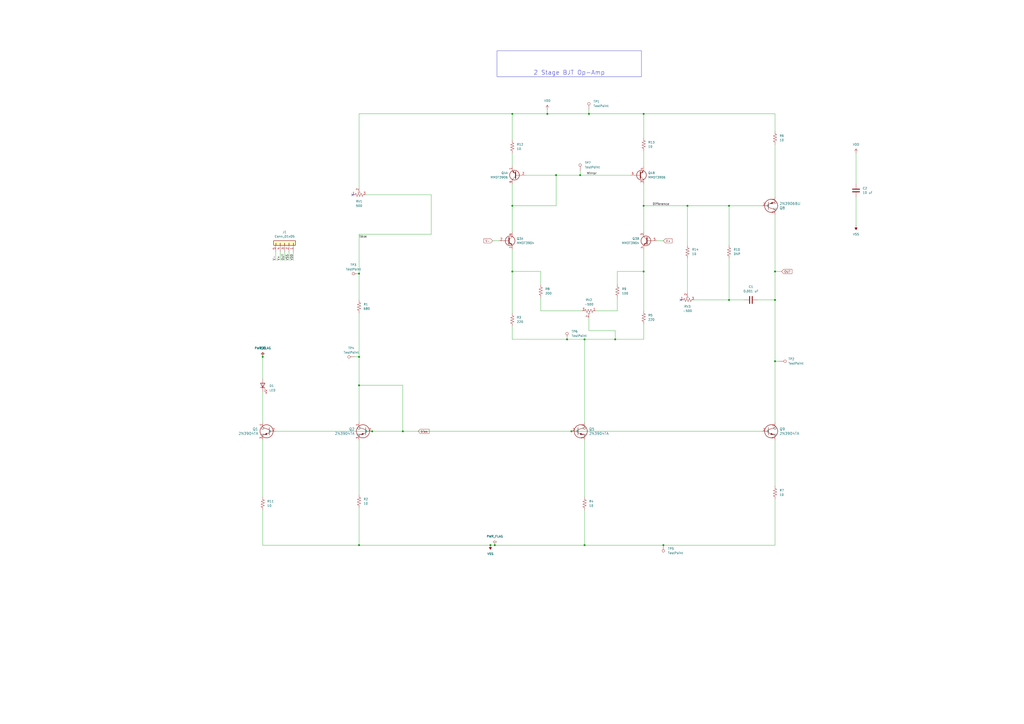
<source format=kicad_sch>
(kicad_sch (version 20250114) (generator "eeschema") (generator_version "9.0")
  (paper "A2")
  (lib_symbols
    (symbol "2025-09-01_17-32-00:2N3906BU" (pin_names (offset 0.254))
      (property "Reference" "Q" (at 10.16 2.54 0))
      (property "Value" "2N3906BU" (at 10.16 -2.54 0))
      (symbol "2N3906BU_0_1"
        (polyline (pts (xy 2.54 0) (xy 3.81 0)) (stroke (width 0.2032)))
        (polyline (pts (xy 3.81 0.9398) (xy 7.62 2.2098)) (stroke (width 0.2032)))
        (polyline (pts (xy 3.81 -0.9398) (xy 7.62 -2.2098)) (stroke (width 0.2032)))
        (polyline (pts (xy 3.81 -2.2098) (xy 3.81 2.2098)) (stroke (width 0.2032)))
        (circle (center 5.3848 0) (radius 3.81) (stroke (width 0.254)))
        (polyline (pts (xy 6.0198 -2.2098) (xy 6.35 -1.27) (xy 4.7498 -1.27)) (fill (type outline)))
        (polyline (pts (xy 7.62 2.2098) (xy 7.62 2.54)) (stroke (width 0.2032)))
        (polyline (pts (xy 7.62 -2.54) (xy 7.62 -2.2098)) (stroke (width 0.2032)))
        (pin unspecified line (at 0 0 0) (length 2.54) (name "B") (number "2"))
        (pin unspecified line (at 7.62 5.08 270) (length 2.54) (name "C") (number "3"))
        (pin unspecified line (at 7.62 -5.08 90) (length 2.54) (name "E") (number "1"))
      )
    )
    (symbol "2025-09-01_17-38-56:2N3904TA" (pin_names (offset 0.254))
      (property "Reference" "Q" (at 10.16 2.54 0))
      (property "Value" "2N3904TA" (at 10.16 -2.54 0))
      (symbol "2N3904TA_0_1"
        (polyline (pts (xy 2.54 0) (xy 3.81 0)) (stroke (width 0.2032)))
        (polyline (pts (xy 3.81 0.9398) (xy 7.62 2.2098)) (stroke (width 0.2032)))
        (polyline (pts (xy 3.81 -0.9398) (xy 7.62 -2.2098)) (stroke (width 0.2032)))
        (polyline (pts (xy 3.81 -2.2098) (xy 3.81 2.2098)) (stroke (width 0.2032)))
        (circle (center 5.3848 0) (radius 3.81) (stroke (width 0.254)))
        (polyline (pts (xy 5.3848 -0.9398) (xy 5.08 -1.905) (xy 6.6548 -1.905)) (fill (type outline)))
        (polyline (pts (xy 7.62 2.2098) (xy 7.62 2.54)) (stroke (width 0.2032)))
        (polyline (pts (xy 7.62 -2.54) (xy 7.62 -2.2098)) (stroke (width 0.2032)))
        (pin unspecified line (at 0 0 0) (length 2.54) (name "B") (number "2"))
        (pin unspecified line (at 7.62 5.08 270) (length 2.54) (name "C") (number "1"))
        (pin unspecified line (at 7.62 -5.08 90) (length 2.54) (name "E") (number "3"))
      )
    )
    (symbol "Connector:TestPoint" (pin_numbers (hide yes)) (pin_names (offset 0.762) (hide yes))
      (property "Reference" "TP" (at 0 6.858 0))
      (property "Value" "TestPoint" (at 0 5.08 0))
      (symbol "TestPoint_0_1"
        (circle (center 0 3.302) (radius 0.762))
      )
      (symbol "TestPoint_1_1"
        (pin passive line (at 0 0 90) (length 2.54) (name "1") (number "1"))
      )
    )
    (symbol "Connector_Generic:Conn_01x05" (pin_names (offset 1.016) (hide yes))
      (property "Reference" "J" (at 0 7.62 0))
      (property "Value" "Conn_01x05" (at 0 -7.62 0))
      (symbol "Conn_01x05_1_1"
        (rectangle (start -1.27 6.35) (end 1.27 -6.35) (stroke (width 0.254)) (fill (type background)))
        (rectangle (start -1.27 5.207) (end 0 4.953) (stroke (width 0.1524)))
        (rectangle (start -1.27 2.667) (end 0 2.413) (stroke (width 0.1524)))
        (rectangle (start -1.27 0.127) (end 0 -0.127) (stroke (width 0.1524)))
        (rectangle (start -1.27 -2.413) (end 0 -2.667) (stroke (width 0.1524)))
        (rectangle (start -1.27 -4.953) (end 0 -5.207) (stroke (width 0.1524)))
        (pin passive line (at -5.08 5.08 0) (length 3.81) (name "Pin_1") (number "1"))
        (pin passive line (at -5.08 2.54 0) (length 3.81) (name "Pin_2") (number "2"))
        (pin passive line (at -5.08 0 0) (length 3.81) (name "Pin_3") (number "3"))
        (pin passive line (at -5.08 -2.54 0) (length 3.81) (name "Pin_4") (number "4"))
        (pin passive line (at -5.08 -5.08 0) (length 3.81) (name "Pin_5") (number "5"))
      )
    )
    (symbol "Device:C" (pin_numbers (hide yes)) (pin_names (offset 0.254))
      (property "Reference" "C" (at 0.635 2.54 0))
      (property "Value" "C" (at 0.635 -2.54 0))
      (symbol "C_0_1"
        (polyline (pts (xy -2.032 0.762) (xy 2.032 0.762)) (stroke (width 0.508)))
        (polyline (pts (xy -2.032 -0.762) (xy 2.032 -0.762)) (stroke (width 0.508)))
      )
      (symbol "C_1_1"
        (pin passive line (at 0 3.81 270) (length 2.794) (name "~") (number "1"))
        (pin passive line (at 0 -3.81 90) (length 2.794) (name "~") (number "2"))
      )
    )
    (symbol "Device:LED" (pin_numbers (hide yes)) (pin_names (offset 1.016) (hide yes))
      (property "Reference" "D" (at 0 2.54 0))
      (property "Value" "LED" (at 0 -2.54 0))
      (symbol "LED_0_1"
        (polyline (pts (xy -3.048 -0.762) (xy -4.572 -2.286) (xy -3.81 -2.286) (xy -4.572 -2.286) (xy -4.572 -1.524)))
        (polyline (pts (xy -1.778 -0.762) (xy -3.302 -2.286) (xy -2.54 -2.286) (xy -3.302 -2.286) (xy -3.302 -1.524)))
        (polyline (pts (xy -1.27 0) (xy 1.27 0)))
        (polyline (pts (xy -1.27 -1.27) (xy -1.27 1.27)) (stroke (width 0.254)))
        (polyline (pts (xy 1.27 -1.27) (xy 1.27 1.27) (xy -1.27 0) (xy 1.27 -1.27)) (stroke (width 0.254)))
      )
      (symbol "LED_1_1"
        (pin passive line (at -3.81 0 0) (length 2.54) (name "K") (number "1"))
        (pin passive line (at 3.81 0 180) (length 2.54) (name "A") (number "2"))
      )
    )
    (symbol "Device:R_Potentiometer_Trim_US" (pin_names (offset 1.016) (hide yes))
      (property "Reference" "RV" (at -4.445 0 90))
      (property "Value" "R_Potentiometer_Trim_US" (at -2.54 0 90))
      (symbol "R_Potentiometer_Trim_US_0_1"
        (polyline (pts (xy 0 2.286) (xy 0 2.54)))
        (polyline (pts (xy 0 2.286) (xy 1.016 1.905) (xy 0 1.524) (xy -1.016 1.143) (xy 0 0.762)))
        (polyline (pts (xy 0 0.762) (xy 1.016 0.381) (xy 0 0) (xy -1.016 -0.381) (xy 0 -0.762)))
        (polyline (pts (xy 0 -0.762) (xy 1.016 -1.143) (xy 0 -1.524) (xy -1.016 -1.905) (xy 0 -2.286)))
        (polyline (pts (xy 0 -2.286) (xy 0 -2.54)))
        (polyline (pts (xy 1.524 0.762) (xy 1.524 -0.762)))
        (polyline (pts (xy 2.54 0) (xy 1.524 0)))
      )
      (symbol "R_Potentiometer_Trim_US_1_1"
        (pin passive line (at 0 3.81 270) (length 1.27) (name "1") (number "1"))
        (pin passive line (at 0 -3.81 90) (length 1.27) (name "3") (number "3"))
        (pin passive line (at 3.81 0 180) (length 1.27) (name "2") (number "2"))
      )
    )
    (symbol "Device:R_US" (pin_numbers (hide yes)) (pin_names (offset 0))
      (property "Reference" "R" (at 2.54 0 90))
      (property "Value" "R_US" (at -2.54 0 90))
      (symbol "R_US_0_1"
        (polyline (pts (xy 0 2.286) (xy 0 2.54)))
        (polyline (pts (xy 0 2.286) (xy 1.016 1.905) (xy 0 1.524) (xy -1.016 1.143) (xy 0 0.762)))
        (polyline (pts (xy 0 0.762) (xy 1.016 0.381) (xy 0 0) (xy -1.016 -0.381) (xy 0 -0.762)))
        (polyline (pts (xy 0 -0.762) (xy 1.016 -1.143) (xy 0 -1.524) (xy -1.016 -1.905) (xy 0 -2.286)))
        (polyline (pts (xy 0 -2.286) (xy 0 -2.54)))
      )
      (symbol "R_US_1_1"
        (pin passive line (at 0 3.81 270) (length 1.27) (name "~") (number "1"))
        (pin passive line (at 0 -3.81 90) (length 1.27) (name "~") (number "2"))
      )
    )
    (symbol "Transistor_BJT:MMDT3904" (pin_names (offset 0) (hide yes))
      (property "Reference" "Q" (at 5.08 1.27 0))
      (property "Value" "MMDT3904" (at 5.08 -1.27 0))
      (symbol "MMDT3904_0_1"
        (polyline (pts (xy 0.635 1.905) (xy 0.635 -1.905)) (stroke (width 0.508)))
        (polyline (pts (xy 0.635 0.635) (xy 2.54 2.54)))
        (polyline (pts (xy 0.635 0) (xy -2.54 0)))
        (polyline (pts (xy 0.635 -0.635) (xy 2.54 -2.54)))
        (circle (center 1.27 0) (radius 2.8194) (stroke (width 0.254)))
        (polyline (pts (xy 1.27 -1.778) (xy 1.778 -1.27) (xy 2.286 -2.286) (xy 1.27 -1.778)) (fill (type outline)))
      )
      (symbol "MMDT3904_1_1"
        (pin input line (at -5.08 0 0) (length 2.54) (name "B1") (number "2"))
        (pin passive line (at 2.54 5.08 270) (length 2.54) (name "C1") (number "6"))
        (pin passive line (at 2.54 -5.08 90) (length 2.54) (name "E1") (number "1"))
      )
      (symbol "MMDT3904_2_1"
        (pin input line (at -5.08 0 0) (length 2.54) (name "B2") (number "5"))
        (pin passive line (at 2.54 5.08 270) (length 2.54) (name "C2") (number "3"))
        (pin passive line (at 2.54 -5.08 90) (length 2.54) (name "E2") (number "4"))
      )
    )
    (symbol "Transistor_BJT:MMDT3906" (pin_names (offset 0) (hide yes))
      (property "Reference" "Q" (at 5.08 1.27 0))
      (property "Value" "MMDT3906" (at 5.08 -1.27 0))
      (symbol "MMDT3906_0_1"
        (polyline (pts (xy 0.635 1.905) (xy 0.635 -1.905)) (stroke (width 0.508)))
        (polyline (pts (xy 0.635 0.635) (xy 2.54 2.54)))
        (polyline (pts (xy 0.635 0) (xy -2.54 0)))
        (polyline (pts (xy 0.635 -0.635) (xy 2.54 -2.54)))
        (circle (center 1.27 0) (radius 2.8194) (stroke (width 0.254)))
        (polyline (pts (xy 2.286 -1.778) (xy 1.778 -2.286) (xy 1.27 -1.27) (xy 2.286 -1.778)) (fill (type outline)))
      )
      (symbol "MMDT3906_1_1"
        (pin input line (at -5.08 0 0) (length 2.54) (name "B1") (number "2"))
        (pin passive line (at 2.54 5.08 270) (length 2.54) (name "C1") (number "6"))
        (pin passive line (at 2.54 -5.08 90) (length 2.54) (name "E1") (number "1"))
      )
      (symbol "MMDT3906_2_1"
        (pin input line (at -5.08 0 0) (length 2.54) (name "B2") (number "5"))
        (pin passive line (at 2.54 5.08 270) (length 2.54) (name "C2") (number "3"))
        (pin passive line (at 2.54 -5.08 90) (length 2.54) (name "E2") (number "4"))
      )
    )
    (symbol "power:PWR_FLAG" (power) (pin_numbers (hide yes)) (pin_names (offset 0) (hide yes))
      (property "Value" "PWR_FLAG" (at 0 3.81 0))
      (symbol "PWR_FLAG_0_0"
        (pin power_out line (at 0 0 90) (length 0) (name "~") (number "1"))
      )
      (symbol "PWR_FLAG_0_1"
        (polyline (pts (xy 0 0) (xy 0 1.27) (xy -1.016 1.905) (xy 0 2.54) (xy 1.016 1.905) (xy 0 1.27)))
      )
    )
    (symbol "power:VDD" (power) (pin_numbers (hide yes)) (pin_names (offset 0) (hide yes))
      (property "Value" "VDD" (at 0 3.556 0))
      (symbol "VDD_0_1"
        (polyline (pts (xy -0.762 1.27) (xy 0 2.54)))
        (polyline (pts (xy 0 2.54) (xy 0.762 1.27)))
        (polyline (pts (xy 0 0) (xy 0 2.54)))
      )
      (symbol "VDD_1_1"
        (pin power_in line (at 0 0 90) (length 0) (name "~") (number "1"))
      )
    )
    (symbol "power:VSS" (power) (pin_numbers (hide yes)) (pin_names (offset 0) (hide yes))
      (property "Value" "VSS" (at 0 3.556 0))
      (symbol "VSS_0_1"
        (polyline (pts (xy 0 0) (xy 0 2.54)))
        (polyline (pts (xy 0.762 1.27) (xy -0.762 1.27) (xy 0 2.54) (xy 0.762 1.27)) (fill (type outline)))
      )
      (symbol "VSS_1_1"
        (pin power_in line (at 0 0 90) (length 0) (name "~") (number "1"))
      )
    )
  )
  (text_box "2 Stage BJT Op-Amp" (at 288.29 29.421 0) (size 83.82 15.029) (margins 0.9525 0.9525 0.9525 0.9525) (effects (font (size 2.54 2.54)) (justify bottom)))
  (junction (at 373.38 157.48))
  (junction (at 297.18 66.04))
  (junction (at 328.93 196.85))
  (junction (at 208.28 223.52))
  (junction (at 356.87 196.85))
  (junction (at 152.4 207.01))
  (junction (at 398.78 119.38))
  (junction (at 284.48 316.23))
  (junction (at 322.58 101.6))
  (junction (at 208.28 316.23))
  (junction (at 384.81 316.23))
  (junction (at 422.91 173.99))
  (junction (at 422.91 119.38))
  (junction (at 339.09 316.23))
  (junction (at 449.58 173.99))
  (junction (at 208.28 207.01))
  (junction (at 336.55 101.6))
  (junction (at 341.63 66.04))
  (junction (at 215.9 250.19))
  (junction (at 331.47 250.19))
  (junction (at 339.09 196.85))
  (junction (at 297.18 157.48))
  (junction (at 233.68 250.19))
  (junction (at 373.38 119.38))
  (junction (at 208.28 158.75))
  (junction (at 373.38 66.04))
  (junction (at 297.18 119.38))
  (junction (at 449.58 157.48))
  (junction (at 287.02 316.23))
  (junction (at 449.58 209.55))
  (junction (at 317.5 66.04))
  (no_connect (at 204.47 113.03))
  (no_connect (at 394.97 173.99))
  (wire (pts (xy 317.5 63.5) (xy 317.5 66.04)))
  (wire (pts (xy 313.69 180.34) (xy 337.82 180.34)))
  (wire (pts (xy 449.58 124.46) (xy 449.58 157.48)))
  (wire (pts (xy 449.58 209.55) (xy 452.12 209.55)))
  (wire (pts (xy 297.18 189.23) (xy 297.18 196.85)))
  (wire (pts (xy 233.68 250.19) (xy 331.47 250.19)))
  (wire (pts (xy 297.18 88.9) (xy 297.18 96.52)))
  (wire (pts (xy 381 139.7) (xy 384.81 139.7)))
  (wire (pts (xy 165.1 146.05) (xy 165.1 151.13)))
  (wire (pts (xy 373.38 87.63) (xy 373.38 96.52)))
  (wire (pts (xy 449.58 157.48) (xy 449.58 173.99)))
  (wire (pts (xy 160.02 250.19) (xy 215.9 250.19)))
  (wire (pts (xy 398.78 119.38) (xy 398.78 142.24)))
  (wire (pts (xy 208.28 158.75) (xy 208.28 173.99)))
  (wire (pts (xy 339.09 196.85) (xy 339.09 245.11)))
  (wire (pts (xy 328.93 196.85) (xy 339.09 196.85)))
  (wire (pts (xy 208.28 207.01) (xy 208.28 223.52)))
  (wire (pts (xy 297.18 196.85) (xy 328.93 196.85)))
  (wire (pts (xy 208.28 294.64) (xy 208.28 316.23)))
  (wire (pts (xy 439.42 173.99) (xy 449.58 173.99)))
  (wire (pts (xy 152.4 227.33) (xy 152.4 245.11)))
  (wire (pts (xy 152.4 316.23) (xy 208.28 316.23)))
  (wire (pts (xy 304.8 101.6) (xy 322.58 101.6)))
  (wire (pts (xy 398.78 119.38) (xy 422.91 119.38)))
  (wire (pts (xy 297.18 66.04) (xy 317.5 66.04)))
  (wire (pts (xy 167.64 146.05) (xy 167.64 151.13)))
  (wire (pts (xy 358.14 180.34) (xy 358.14 172.72)))
  (wire (pts (xy 170.18 146.05) (xy 170.18 151.13)))
  (wire (pts (xy 297.18 106.68) (xy 297.18 119.38)))
  (wire (pts (xy 373.38 66.04) (xy 449.58 66.04)))
  (wire (pts (xy 339.09 295.91) (xy 339.09 316.23)))
  (wire (pts (xy 208.28 66.04) (xy 297.18 66.04)))
  (wire (pts (xy 341.63 184.15) (xy 341.63 191.77)))
  (wire (pts (xy 297.18 119.38) (xy 322.58 119.38)))
  (wire (pts (xy 322.58 101.6) (xy 336.55 101.6)))
  (wire (pts (xy 152.4 295.91) (xy 152.4 316.23)))
  (wire (pts (xy 233.68 223.52) (xy 233.68 250.19)))
  (wire (pts (xy 339.09 255.27) (xy 339.09 288.29)))
  (wire (pts (xy 250.19 135.89) (xy 208.28 135.89)))
  (wire (pts (xy 373.38 134.62) (xy 373.38 119.38)))
  (wire (pts (xy 162.56 146.05) (xy 162.56 151.13)))
  (wire (pts (xy 398.78 149.86) (xy 398.78 170.18)))
  (wire (pts (xy 297.18 119.38) (xy 297.18 134.62)))
  (wire (pts (xy 152.4 207.01) (xy 152.4 219.71)))
  (wire (pts (xy 449.58 173.99) (xy 449.58 209.55)))
  (wire (pts (xy 356.87 191.77) (xy 356.87 196.85)))
  (wire (pts (xy 339.09 196.85) (xy 356.87 196.85)))
  (wire (pts (xy 322.58 119.38) (xy 322.58 101.6)))
  (wire (pts (xy 373.38 119.38) (xy 398.78 119.38)))
  (wire (pts (xy 422.91 119.38) (xy 441.96 119.38)))
  (wire (pts (xy 297.18 66.04) (xy 297.18 81.28)))
  (wire (pts (xy 317.5 66.04) (xy 341.63 66.04)))
  (wire (pts (xy 345.44 180.34) (xy 358.14 180.34)))
  (wire (pts (xy 285.75 139.7) (xy 289.56 139.7)))
  (wire (pts (xy 341.63 66.04) (xy 373.38 66.04)))
  (wire (pts (xy 208.28 316.23) (xy 284.48 316.23)))
  (wire (pts (xy 422.91 173.99) (xy 431.8 173.99)))
  (wire (pts (xy 341.63 191.77) (xy 356.87 191.77)))
  (wire (pts (xy 336.55 99.06) (xy 336.55 101.6)))
  (wire (pts (xy 441.96 250.19) (xy 331.47 250.19)))
  (wire (pts (xy 208.28 207.01) (xy 205.74 207.01)))
  (wire (pts (xy 297.18 157.48) (xy 297.18 181.61)))
  (wire (pts (xy 449.58 209.55) (xy 449.58 245.11)))
  (wire (pts (xy 250.19 113.03) (xy 250.19 135.89)))
  (wire (pts (xy 313.69 157.48) (xy 313.69 165.1)))
  (wire (pts (xy 402.59 173.99) (xy 422.91 173.99)))
  (wire (pts (xy 160.02 146.05) (xy 160.02 151.13)))
  (wire (pts (xy 233.68 250.19) (xy 215.9 250.19)))
  (wire (pts (xy 152.4 255.27) (xy 152.4 288.29)))
  (wire (pts (xy 339.09 316.23) (xy 384.81 316.23)))
  (wire (pts (xy 384.81 316.23) (xy 449.58 316.23)))
  (wire (pts (xy 297.18 157.48) (xy 313.69 157.48)))
  (wire (pts (xy 297.18 144.78) (xy 297.18 157.48)))
  (wire (pts (xy 449.58 316.23) (xy 449.58 289.56)))
  (wire (pts (xy 373.38 196.85) (xy 373.38 187.96)))
  (wire (pts (xy 208.28 223.52) (xy 208.28 245.11)))
  (wire (pts (xy 496.57 114.3) (xy 496.57 130.81)))
  (wire (pts (xy 356.87 196.85) (xy 373.38 196.85)))
  (wire (pts (xy 208.28 135.89) (xy 208.28 158.75)))
  (wire (pts (xy 449.58 255.27) (xy 449.58 281.94)))
  (wire (pts (xy 422.91 149.86) (xy 422.91 173.99)))
  (wire (pts (xy 422.91 119.38) (xy 422.91 142.24)))
  (wire (pts (xy 373.38 157.48) (xy 373.38 144.78)))
  (wire (pts (xy 358.14 165.1) (xy 358.14 157.48)))
  (wire (pts (xy 496.57 88.9) (xy 496.57 106.68)))
  (wire (pts (xy 358.14 157.48) (xy 373.38 157.48)))
  (wire (pts (xy 208.28 223.52) (xy 233.68 223.52)))
  (wire (pts (xy 449.58 83.82) (xy 449.58 114.3)))
  (wire (pts (xy 284.48 316.23) (xy 287.02 316.23)))
  (wire (pts (xy 313.69 172.72) (xy 313.69 180.34)))
  (wire (pts (xy 373.38 119.38) (xy 373.38 106.68)))
  (wire (pts (xy 373.38 180.34) (xy 373.38 157.48)))
  (wire (pts (xy 341.63 63.5) (xy 341.63 66.04)))
  (wire (pts (xy 336.55 101.6) (xy 365.76 101.6)))
  (wire (pts (xy 208.28 255.27) (xy 208.28 287.02)))
  (wire (pts (xy 287.02 316.23) (xy 339.09 316.23)))
  (wire (pts (xy 208.28 109.22) (xy 208.28 66.04)))
  (wire (pts (xy 212.09 113.03) (xy 250.19 113.03)))
  (wire (pts (xy 449.58 157.48) (xy 453.39 157.48)))
  (wire (pts (xy 449.58 66.04) (xy 449.58 76.2)))
  (wire (pts (xy 373.38 66.04) (xy 373.38 80.01)))
  (wire (pts (xy 208.28 181.61) (xy 208.28 207.01)))
  (label "Mirror" (at 340.36 101.6 0))
  (label "VDD" (at 170.18 151.13 90))
  (label "OUT" (at 165.1 151.13 90))
  (label "VSS" (at 167.64 151.13 90))
  (label "Difference" (at 378.46 119.38 0))
  (label "TRIM" (at 208.28 138.43 0))
  (label "V+" (at 162.56 151.13 90))
  (label "V-" (at 160.02 151.13 90))
  (global_label "bias" (shape input) (at 242.57 250.19 0) (property "Intersheetrefs" "${INTERSHEET_REFS}" (effects (hide yes))))
  (global_label "V-" (shape input) (at 285.75 139.7 180) (property "Intersheetrefs" "${INTERSHEET_REFS}" (effects (hide yes))))
  (global_label "V+" (shape input) (at 384.81 139.7 0) (property "Intersheetrefs" "${INTERSHEET_REFS}" (effects (hide yes))))
  (global_label "OUT" (shape input) (at 453.39 157.48 0) (property "Intersheetrefs" "${INTERSHEET_REFS}" (effects (hide yes))))
  (symbol (lib_id "Connector:TestPoint") (at 341.63 63.5 0) (unit 1) (exclude_from_sim yes)
    (property "Reference" "TP1" (at 344.17 58.9279 0) (effects (justify left)))
    (property "Value" "TestPoint" (at 344.17 61.4679 0) (effects (justify left)))
    (property "Footprint" "TestPoint:TestPoint_Pad_D2.0mm" (effects (hide yes)))
    (property "Description" "test point" (effects (hide yes)))
  )
  (symbol (lib_id "2025-09-01_17-32-00:2N3906BU") (at 441.96 119.38 0) (mirror x) (unit 1)
    (property "Reference" "Q8" (at 452.12 120.6501 0) (effects (font (size 1.524 1.524)) (justify left)))
    (property "Value" "2N3906BU" (at 452.12 118.1101 0) (effects (font (size 1.524 1.524)) (justify left)))
    (property "Footprint" "Footprints AAMU Capstone:2N3906BU_ONS" (effects (hide yes)))
    (property "Datasheet" "2N3906BU" (effects (hide yes)))
    (property "Sim.Library" "bjt.lib" (effects (hide yes)))
    (property "Sim.Name" "BJT2N3906" (effects (hide yes)))
    (property "Sim.Device" "PNP" (effects (hide yes)))
    (property "Sim.Type" "GUMMELPOON" (effects (hide yes)))
    (property "Sim.Pins" "1=C 2=B 3=E" (effects (hide yes)))
  )
  (symbol (lib_id "Device:R_US") (at 297.18 185.42 0) (unit 1)
    (property "Reference" "R3" (at 299.72 184.1499 0) (effects (justify left)))
    (property "Value" "220" (at 299.72 186.6899 0) (effects (justify left)))
    (property "Footprint" "Resistor_SMD:R_0603_1608Metric_Pad0.98x0.95mm_HandSolder" (effects (hide yes)))
    (property "Description" "Resistor, US symbol" (effects (hide yes)))
  )
  (symbol (lib_id "power:VSS") (at 496.57 130.81 180) (unit 1)
    (property "Reference" "#PWR04" (effects (hide yes)))
    (property "Value" "VSS" (at 496.57 135.89 0))
    (property "Description" "Power symbol creates a global label with name \"VSS\"" (effects (hide yes)))
  )
  (symbol (lib_id "power:VDD") (at 317.5 63.5 0) (unit 1)
    (property "Reference" "#PWR02" (effects (hide yes)))
    (property "Value" "VDD" (at 317.5 58.42 0))
    (property "Description" "Power symbol creates a global label with name \"VDD\"" (effects (hide yes)))
  )
  (symbol (lib_id "Connector:TestPoint") (at 205.74 207.01 90) (unit 1) (exclude_from_sim yes)
    (property "Reference" "TP4" (at 203.708 201.93 90))
    (property "Value" "TestPoint" (at 203.708 204.47 90))
    (property "Footprint" "TestPoint:TestPoint_Pad_D2.0mm" (effects (hide yes)))
    (property "Description" "test point" (effects (hide yes)))
  )
  (symbol (lib_id "Transistor_BJT:MMDT3906") (at 299.72 101.6 180) (unit 1)
    (property "Reference" "Q4" (at 294.64 100.3299 0) (effects (justify left)))
    (property "Value" "MMDT3906" (at 294.64 102.8699 0) (effects (justify left)))
    (property "Footprint" "Package_TO_SOT_SMD:SOT-363_SC-70-6" (effects (hide yes)))
    (property "Datasheet" "http://www.diodes.com/_files/datasheets/ds30124.pdf" (effects (hide yes)))
    (property "Description" "200mA IC, 40V Vce, Dual PNP/PNP Transistors, SOT-363" (effects (hide yes)))
    (property "Sim.Library" "bjt.lib" (effects (hide yes)))
    (property "Sim.Name" "BJT2N3906" (effects (hide yes)))
    (property "Sim.Device" "PNP" (effects (hide yes)))
    (property "Sim.Type" "GUMMELPOON" (effects (hide yes)))
    (property "Sim.Pins" "1=C 2=B 6=E" (effects (hide yes)))
  )
  (symbol (lib_id "Device:R_US") (at 208.28 177.8 0) (unit 1)
    (property "Reference" "R1" (at 210.82 176.5299 0) (effects (justify left)))
    (property "Value" "680" (at 210.82 179.0699 0) (effects (justify left)))
    (property "Footprint" "Resistor_SMD:R_0603_1608Metric_Pad0.98x0.95mm_HandSolder" (effects (hide yes)))
    (property "Description" "Resistor, US symbol" (effects (hide yes)))
  )
  (symbol (lib_id "power:VSS") (at 284.48 316.23 180) (unit 1)
    (property "Reference" "#PWR05" (effects (hide yes)))
    (property "Value" "VSS" (at 284.48 321.31 0))
    (property "Description" "Power symbol creates a global label with name \"VSS\"" (effects (hide yes)))
  )
  (symbol (lib_id "2025-09-01_17-38-56:2N3904TA") (at 331.47 250.19 0) (unit 1)
    (property "Reference" "Q5" (at 341.63 248.9199 0) (effects (font (size 1.524 1.524)) (justify left)))
    (property "Value" "2N3904TA" (at 341.63 251.4599 0) (effects (font (size 1.524 1.524)) (justify left)))
    (property "Footprint" "Footprints AAMU Capstone:TNPN_TO-92_ONS" (effects (hide yes)))
    (property "Datasheet" "2N3904TA" (effects (hide yes)))
    (property "Sim.Library" "bjt.lib" (effects (hide yes)))
    (property "Sim.Name" "BJT2N3904" (effects (hide yes)))
    (property "Sim.Device" "NPN" (effects (hide yes)))
    (property "Sim.Type" "GUMMELPOON" (effects (hide yes)))
    (property "Sim.Pins" "1=C 2=B 3=E" (effects (hide yes)))
  )
  (symbol (lib_id "Device:R_US") (at 208.28 290.83 0) (unit 1)
    (property "Reference" "R2" (at 210.82 289.5599 0) (effects (justify left)))
    (property "Value" "10" (at 210.82 292.0999 0) (effects (justify left)))
    (property "Footprint" "Resistor_SMD:R_0603_1608Metric_Pad0.98x0.95mm_HandSolder" (effects (hide yes)))
    (property "Description" "Resistor, US symbol" (effects (hide yes)))
  )
  (symbol (lib_id "Device:R_US") (at 152.4 292.1 0) (unit 1)
    (property "Reference" "R11" (at 154.94 290.8299 0) (effects (justify left)))
    (property "Value" "10" (at 154.94 293.3699 0) (effects (justify left)))
    (property "Footprint" "Resistor_SMD:R_0603_1608Metric_Pad0.98x0.95mm_HandSolder" (effects (hide yes)))
    (property "Description" "Resistor, US symbol" (effects (hide yes)))
  )
  (symbol (lib_id "Device:R_US") (at 358.14 168.91 0) (unit 1)
    (property "Reference" "R9" (at 360.68 167.6399 0) (effects (justify left)))
    (property "Value" "100" (at 360.68 170.1799 0) (effects (justify left)))
    (property "Footprint" "Resistor_SMD:R_0603_1608Metric_Pad0.98x0.95mm_HandSolder" (effects (hide yes)))
    (property "Description" "Resistor, US symbol" (effects (hide yes)))
  )
  (symbol (lib_id "Device:R_US") (at 373.38 184.15 0) (unit 1)
    (property "Reference" "R5" (at 375.92 182.8799 0) (effects (justify left)))
    (property "Value" "220" (at 375.92 185.4199 0) (effects (justify left)))
    (property "Footprint" "Resistor_SMD:R_0603_1608Metric_Pad0.98x0.95mm_HandSolder" (effects (hide yes)))
    (property "Description" "Resistor, US symbol" (effects (hide yes)))
  )
  (symbol (lib_id "2025-09-01_17-38-56:2N3904TA") (at 160.02 250.19 0) (mirror y) (unit 1)
    (property "Reference" "Q1" (at 149.86 248.9199 0) (effects (font (size 1.524 1.524)) (justify left)))
    (property "Value" "2N3904TA" (at 149.86 251.4599 0) (effects (font (size 1.524 1.524)) (justify left)))
    (property "Footprint" "Footprints AAMU Capstone:TNPN_TO-92_ONS" (effects (hide yes)))
    (property "Datasheet" "2N3904TA" (effects (hide yes)))
    (property "Sim.Library" "bjt.lib" (effects (hide yes)))
    (property "Sim.Name" "BJT2N3904" (effects (hide yes)))
    (property "Sim.Device" "NPN" (effects (hide yes)))
    (property "Sim.Type" "GUMMELPOON" (effects (hide yes)))
    (property "Sim.Pins" "1=C 2=B 3=E" (effects (hide yes)))
  )
  (symbol (lib_id "Device:LED") (at 152.4 223.52 90) (unit 1) (exclude_from_sim yes)
    (property "Reference" "D1" (at 156.21 223.8374 90) (effects (justify right)))
    (property "Value" "LED" (at 156.21 226.3774 90) (effects (justify right)))
    (property "Description" "Light emitting diode" (effects (hide yes)))
    (property "Sim.Pins" "1=K 2=A" (effects (hide yes)))
  )
  (symbol (lib_id "Device:C") (at 496.57 110.49 0) (unit 1)
    (property "Reference" "C2" (at 500.38 109.2199 0) (effects (justify left)))
    (property "Value" "10 uF" (at 500.38 111.7599 0) (effects (justify left)))
    (property "Footprint" "Capacitor_SMD:C_0603_1608Metric_Pad1.08x0.95mm_HandSolder" (effects (hide yes)))
    (property "Description" "Unpolarized capacitor" (effects (hide yes)))
  )
  (symbol (lib_id "Transistor_BJT:MMDT3904") (at 294.64 139.7 0) (unit 1)
    (property "Reference" "Q3" (at 299.72 138.4299 0) (effects (justify left)))
    (property "Value" "MMDT3904" (at 299.72 140.9699 0) (effects (justify left)))
    (property "Footprint" "Package_TO_SOT_SMD:SOT-363_SC-70-6" (effects (hide yes)))
    (property "Datasheet" "http://www.diodes.com/_files/datasheets/ds30088.pdf" (effects (hide yes)))
    (property "Description" "200mA IC, 40V Vce, Dual NPN/NPN Transistors, SOT-363" (effects (hide yes)))
    (property "Sim.Library" "bjt.lib" (effects (hide yes)))
    (property "Sim.Name" "MMDT3904" (effects (hide yes)))
    (property "Sim.Device" "SUBCKT" (effects (hide yes)))
    (property "Sim.Pins" "1=1 2=2 3=3 4=4 5=5 6=6" (effects (hide yes)))
  )
  (symbol (lib_id "Device:R_US") (at 373.38 83.82 0) (unit 1)
    (property "Reference" "R13" (at 375.92 82.5499 0) (effects (justify left)))
    (property "Value" "10" (at 375.92 85.0899 0) (effects (justify left)))
    (property "Footprint" "Resistor_SMD:R_0603_1608Metric_Pad0.98x0.95mm_HandSolder" (effects (hide yes)))
    (property "Description" "Resistor, US symbol" (effects (hide yes)))
  )
  (symbol (lib_id "Device:R_US") (at 449.58 80.01 0) (unit 1)
    (property "Reference" "R6" (at 452.12 78.7399 0) (effects (justify left)))
    (property "Value" "10" (at 452.12 81.2799 0) (effects (justify left)))
    (property "Footprint" "Resistor_SMD:R_0603_1608Metric_Pad0.98x0.95mm_HandSolder" (effects (hide yes)))
    (property "Description" "Resistor, US symbol" (effects (hide yes)))
  )
  (symbol (lib_id "Device:R_Potentiometer_Trim_US") (at 208.28 113.03 90) (unit 1)
    (property "Reference" "RV1" (at 208.28 116.84 90))
    (property "Value" "500" (at 208.28 119.38 90))
    (property "Description" "Trim-potentiometer, US symbol" (effects (hide yes)))
    (property "Sim.Library" "bjt.lib" (effects (hide yes)))
    (property "Sim.Name" "potentiometer" (effects (hide yes)))
    (property "Sim.Device" "SUBCKT" (effects (hide yes)))
    (property "Sim.Pins" "1=1 2=2 3=3" (effects (hide yes)))
  )
  (symbol (lib_id "Device:C") (at 435.61 173.99 90) (unit 1)
    (property "Reference" "C1" (at 435.61 166.37 90))
    (property "Value" "0.001 uF" (at 435.61 168.91 90))
    (property "Footprint" "Capacitor_SMD:C_0603_1608Metric_Pad1.08x0.95mm_HandSolder" (effects (hide yes)))
    (property "Description" "Unpolarized capacitor" (effects (hide yes)))
  )
  (symbol (lib_id "Transistor_BJT:MMDT3906") (at 370.84 101.6 0) (mirror x) (unit 2)
    (property "Reference" "Q4" (at 375.92 100.3299 0) (effects (justify left)))
    (property "Value" "MMDT3906" (at 375.92 102.8699 0) (effects (justify left)))
    (property "Footprint" "Package_TO_SOT_SMD:SOT-363_SC-70-6" (effects (hide yes)))
    (property "Datasheet" "http://www.diodes.com/_files/datasheets/ds30124.pdf" (effects (hide yes)))
    (property "Description" "200mA IC, 40V Vce, Dual PNP/PNP Transistors, SOT-363" (effects (hide yes)))
    (property "Sim.Library" "bjt.lib" (effects (hide yes)))
    (property "Sim.Name" "BJT2N3906" (effects (hide yes)))
    (property "Sim.Device" "PNP" (effects (hide yes)))
    (property "Sim.Type" "GUMMELPOON" (effects (hide yes)))
    (property "Sim.Pins" "1=C 2=B 6=E" (effects (hide yes)))
  )
  (symbol (lib_id "Device:R_Potentiometer_Trim_US") (at 341.63 180.34 270) (unit 1)
    (property "Reference" "RV2" (at 341.63 173.99 90))
    (property "Value" "-500" (at 341.63 176.53 90))
    (property "Description" "Trim-potentiometer, US symbol" (effects (hide yes)))
    (property "Sim.Library" "bjt.lib" (effects (hide yes)))
    (property "Sim.Name" "potentiometer" (effects (hide yes)))
    (property "Sim.Device" "SUBCKT" (effects (hide yes)))
    (property "Sim.Pins" "1=1 2=2 3=3" (effects (hide yes)))
  )
  (symbol (lib_id "2025-09-01_17-38-56:2N3904TA") (at 215.9 250.19 0) (mirror y) (unit 1)
    (property "Reference" "Q2" (at 205.74 248.9199 0) (effects (font (size 1.524 1.524)) (justify left)))
    (property "Value" "2N3904TA" (at 205.74 251.4599 0) (effects (font (size 1.524 1.524)) (justify left)))
    (property "Footprint" "Footprints AAMU Capstone:TNPN_TO-92_ONS" (effects (hide yes)))
    (property "Datasheet" "2N3904TA" (effects (hide yes)))
    (property "Sim.Library" "bjt.lib" (effects (hide yes)))
    (property "Sim.Name" "BJT2N3904" (effects (hide yes)))
    (property "Sim.Device" "NPN" (effects (hide yes)))
    (property "Sim.Type" "GUMMELPOON" (effects (hide yes)))
    (property "Sim.Pins" "1=C 2=B 3=E" (effects (hide yes)))
  )
  (symbol (lib_id "Connector:TestPoint") (at 328.93 196.85 0) (unit 1) (exclude_from_sim yes)
    (property "Reference" "TP6" (at 331.47 192.2779 0) (effects (justify left)))
    (property "Value" "TestPoint" (at 331.47 194.8179 0) (effects (justify left)))
    (property "Footprint" "TestPoint:TestPoint_Pad_D2.0mm" (effects (hide yes)))
    (property "Description" "test point" (effects (hide yes)))
  )
  (symbol (lib_id "power:VDD") (at 152.4 207.01 0) (unit 1)
    (property "Reference" "#PWR01" (effects (hide yes)))
    (property "Value" "VDD" (at 152.4 201.93 0))
    (property "Description" "Power symbol creates a global label with name \"VDD\"" (effects (hide yes)))
  )
  (symbol (lib_id "Transistor_BJT:MMDT3904") (at 375.92 139.7 0) (mirror y) (unit 2)
    (property "Reference" "Q3" (at 370.84 138.4299 0) (effects (justify left)))
    (property "Value" "MMDT3904" (at 370.84 140.9699 0) (effects (justify left)))
    (property "Footprint" "Package_TO_SOT_SMD:SOT-363_SC-70-6" (effects (hide yes)))
    (property "Datasheet" "http://www.diodes.com/_files/datasheets/ds30088.pdf" (effects (hide yes)))
    (property "Description" "200mA IC, 40V Vce, Dual NPN/NPN Transistors, SOT-363" (effects (hide yes)))
    (property "Sim.Library" "bjt.lib" (effects (hide yes)))
    (property "Sim.Name" "MMDT3904" (effects (hide yes)))
    (property "Sim.Device" "SUBCKT" (effects (hide yes)))
    (property "Sim.Pins" "1=1 2=2 3=3 4=4 5=5 6=6" (effects (hide yes)))
  )
  (symbol (lib_id "Connector_Generic:Conn_01x05") (at 165.1 140.97 270) (mirror x) (unit 1) (exclude_from_sim yes)
    (property "Reference" "J1" (at 165.1 134.62 90))
    (property "Value" "Conn_01x05" (at 165.1 137.16 90))
    (property "Footprint" "Connector_PinHeader_2.54mm:PinHeader_1x05_P2.54mm_Vertical" (effects (hide yes)))
    (property "Description" "Generic connector, single row, 01x05, script generated (kicad-library-utils/schlib/autogen/connector/)" (effects (hide yes)))
  )
  (symbol (lib_id "power:VDD") (at 496.57 88.9 0) (unit 1)
    (property "Reference" "#PWR03" (effects (hide yes)))
    (property "Value" "VDD" (at 496.57 83.82 0))
    (property "Description" "Power symbol creates a global label with name \"VDD\"" (effects (hide yes)))
  )
  (symbol (lib_id "Device:R_Potentiometer_Trim_US") (at 398.78 173.99 90) (unit 1)
    (property "Reference" "RV3" (at 398.78 177.8 90))
    (property "Value" "-500" (at 398.78 180.34 90))
    (property "Description" "Trim-potentiometer, US symbol" (effects (hide yes)))
    (property "Sim.Library" "bjt.lib" (effects (hide yes)))
    (property "Sim.Name" "potentiometer" (effects (hide yes)))
    (property "Sim.Device" "SUBCKT" (effects (hide yes)))
    (property "Sim.Pins" "1=1 2=2 3=3" (effects (hide yes)))
  )
  (symbol (lib_id "2025-09-01_17-38-56:2N3904TA") (at 441.96 250.19 0) (unit 1)
    (property "Reference" "Q9" (at 452.12 248.9199 0) (effects (font (size 1.524 1.524)) (justify left)))
    (property "Value" "2N3904TA" (at 452.12 251.4599 0) (effects (font (size 1.524 1.524)) (justify left)))
    (property "Footprint" "Footprints AAMU Capstone:TNPN_TO-92_ONS" (effects (hide yes)))
    (property "Datasheet" "2N3904TA" (effects (hide yes)))
    (property "Sim.Library" "bjt.lib" (effects (hide yes)))
    (property "Sim.Name" "BJT2N3904" (effects (hide yes)))
    (property "Sim.Device" "NPN" (effects (hide yes)))
    (property "Sim.Type" "GUMMELPOON" (effects (hide yes)))
    (property "Sim.Pins" "1=C 2=B 3=E" (effects (hide yes)))
  )
  (symbol (lib_id "Connector:TestPoint") (at 384.81 316.23 180) (unit 1) (exclude_from_sim yes)
    (property "Reference" "TP5" (at 387.35 318.2619 0) (effects (justify right)))
    (property "Value" "TestPoint" (at 387.35 320.8019 0) (effects (justify right)))
    (property "Footprint" "TestPoint:TestPoint_Pad_D2.0mm" (effects (hide yes)))
    (property "Description" "test point" (effects (hide yes)))
  )
  (symbol (lib_id "Device:R_US") (at 449.58 285.75 0) (unit 1)
    (property "Reference" "R7" (at 452.12 284.4799 0) (effects (justify left)))
    (property "Value" "10" (at 452.12 287.0199 0) (effects (justify left)))
    (property "Footprint" "Resistor_SMD:R_0603_1608Metric_Pad0.98x0.95mm_HandSolder" (effects (hide yes)))
    (property "Description" "Resistor, US symbol" (effects (hide yes)))
  )
  (symbol (lib_id "Device:R_US") (at 339.09 292.1 0) (unit 1)
    (property "Reference" "R4" (at 341.63 290.8299 0) (effects (justify left)))
    (property "Value" "10" (at 341.63 293.3699 0) (effects (justify left)))
    (property "Footprint" "Resistor_SMD:R_0603_1608Metric_Pad0.98x0.95mm_HandSolder" (effects (hide yes)))
    (property "Description" "Resistor, US symbol" (effects (hide yes)))
  )
  (symbol (lib_id "Connector:TestPoint") (at 208.28 158.75 90) (unit 1) (exclude_from_sim yes)
    (property "Reference" "TP3" (at 204.978 153.67 90))
    (property "Value" "TestPoint" (at 204.978 156.21 90))
    (property "Footprint" "TestPoint:TestPoint_Pad_D2.0mm" (effects (hide yes)))
    (property "Description" "test point" (effects (hide yes)))
  )
  (symbol (lib_id "Device:R_US") (at 422.91 146.05 0) (unit 1) (exclude_from_sim yes)
    (property "Reference" "R10" (at 425.45 144.7799 0) (effects (justify left)))
    (property "Value" "DNP" (at 425.45 147.3199 0) (effects (justify left)))
    (property "Footprint" "Resistor_SMD:R_0603_1608Metric_Pad0.98x0.95mm_HandSolder" (effects (hide yes)))
    (property "Description" "Resistor, US symbol" (effects (hide yes)))
  )
  (symbol (lib_id "Device:R_US") (at 313.69 168.91 0) (unit 1)
    (property "Reference" "R8" (at 316.23 167.6399 0) (effects (justify left)))
    (property "Value" "200" (at 316.23 170.1799 0) (effects (justify left)))
    (property "Footprint" "Resistor_SMD:R_0603_1608Metric_Pad0.98x0.95mm_HandSolder" (effects (hide yes)))
    (property "Description" "Resistor, US symbol" (effects (hide yes)))
  )
  (symbol (lib_id "Device:R_US") (at 297.18 85.09 0) (unit 1)
    (property "Reference" "R12" (at 299.72 83.8199 0) (effects (justify left)))
    (property "Value" "10" (at 299.72 86.3599 0) (effects (justify left)))
    (property "Footprint" "Resistor_SMD:R_0603_1608Metric_Pad0.98x0.95mm_HandSolder" (effects (hide yes)))
    (property "Description" "Resistor, US symbol" (effects (hide yes)))
  )
  (symbol (lib_id "power:PWR_FLAG") (at 287.02 316.23 0) (unit 1)
    (property "Reference" "#FLG02" (effects (hide yes)))
    (property "Value" "PWR_FLAG" (at 287.02 311.15 0))
    (property "Description" "Special symbol for telling ERC where power comes from" (effects (hide yes)))
  )
  (symbol (lib_id "Connector:TestPoint") (at 452.12 209.55 270) (unit 1) (exclude_from_sim yes)
    (property "Reference" "TP2" (at 457.2 208.2799 90) (effects (justify left)))
    (property "Value" "TestPoint" (at 457.2 210.8199 90) (effects (justify left)))
    (property "Footprint" "TestPoint:TestPoint_Pad_D2.0mm" (effects (hide yes)))
    (property "Description" "test point" (effects (hide yes)))
  )
  (symbol (lib_id "power:PWR_FLAG") (at 152.4 207.01 0) (unit 1)
    (property "Reference" "#FLG01" (effects (hide yes)))
    (property "Value" "PWR_FLAG" (at 152.4 201.93 0))
    (property "Description" "Special symbol for telling ERC where power comes from" (effects (hide yes)))
  )
  (symbol (lib_id "Device:R_US") (at 398.78 146.05 0) (unit 1)
    (property "Reference" "R14" (at 401.32 144.7799 0) (effects (justify left)))
    (property "Value" "10" (at 401.32 147.3199 0) (effects (justify left)))
    (property "Footprint" "Resistor_SMD:R_0603_1608Metric_Pad0.98x0.95mm_HandSolder" (effects (hide yes)))
    (property "Description" "Resistor, US symbol" (effects (hide yes)))
  )
  (symbol (lib_id "Connector:TestPoint") (at 336.55 99.06 0) (unit 1) (exclude_from_sim yes)
    (property "Reference" "TP7" (at 339.09 94.4879 0) (effects (justify left)))
    (property "Value" "TestPoint" (at 339.09 97.0279 0) (effects (justify left)))
    (property "Footprint" "TestPoint:TestPoint_Pad_D2.0mm" (effects (hide yes)))
    (property "Description" "test point" (effects (hide yes)))
  )
)
</source>
